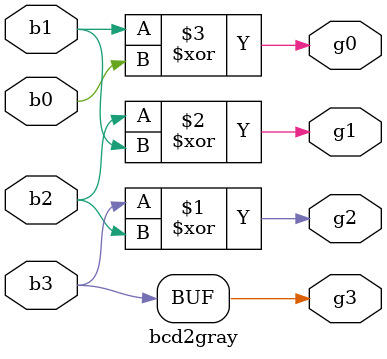
<source format=sv>
`timescale 1ns/1ps
module bcd2gray(b3,b2,b1,b0,g3,g2,g1,g0);
  input wire b3, b2, b1, b0;
  output wire g3, g2, g1, g0;
  
  assign g3 = b3;
  assign g2 = b3^b2;
  assign g1 = b2^b1;
  assign g0 = b1^b0;
  
endmodule
</source>
